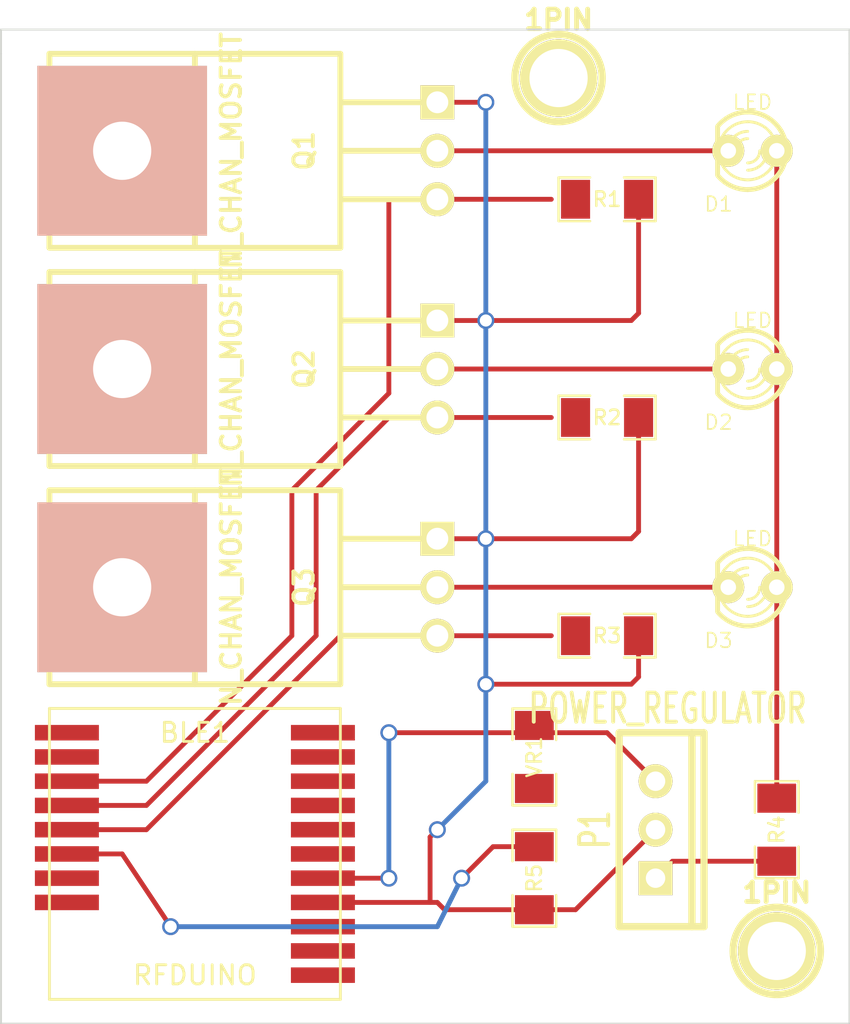
<source format=kicad_pcb>
(kicad_pcb (version 3) (host pcbnew "(25-Oct-2014 BZR 4029)-stable")

  (general
    (links 25)
    (no_connects 7)
    (area 97.739999 81.229999 142.290001 133.400001)
    (thickness 1.6)
    (drawings 6)
    (tracks 67)
    (zones 0)
    (modules 16)
    (nets 12)
  )

  (page A3)
  (layers
    (15 F.Cu signal)
    (0 B.Cu signal)
    (16 B.Adhes user)
    (17 F.Adhes user)
    (18 B.Paste user)
    (19 F.Paste user)
    (20 B.SilkS user)
    (21 F.SilkS user)
    (22 B.Mask user)
    (23 F.Mask user)
    (24 Dwgs.User user)
    (25 Cmts.User user)
    (26 Eco1.User user)
    (27 Eco2.User user)
    (28 Edge.Cuts user)
  )

  (setup
    (last_trace_width 0.254)
    (trace_clearance 0.254)
    (zone_clearance 0.508)
    (zone_45_only no)
    (trace_min 0.254)
    (segment_width 0.2)
    (edge_width 0.1)
    (via_size 0.889)
    (via_drill 0.635)
    (via_min_size 0.889)
    (via_min_drill 0.508)
    (uvia_size 0.508)
    (uvia_drill 0.127)
    (uvias_allowed no)
    (uvia_min_size 0.508)
    (uvia_min_drill 0.127)
    (pcb_text_width 0.3)
    (pcb_text_size 1.5 1.5)
    (mod_edge_width 0.15)
    (mod_text_size 1 1)
    (mod_text_width 0.15)
    (pad_size 1.778 1.778)
    (pad_drill 1.016)
    (pad_to_mask_clearance 0)
    (aux_axis_origin 0 0)
    (visible_elements FFFFFFBF)
    (pcbplotparams
      (layerselection 3178497)
      (usegerberextensions true)
      (excludeedgelayer true)
      (linewidth 0.150000)
      (plotframeref false)
      (viasonmask false)
      (mode 1)
      (useauxorigin false)
      (hpglpennumber 1)
      (hpglpenspeed 20)
      (hpglpendiameter 15)
      (hpglpenoverlay 2)
      (psnegative false)
      (psa4output false)
      (plotreference true)
      (plotvalue true)
      (plotothertext true)
      (plotinvisibletext false)
      (padsonsilk false)
      (subtractmaskfromsilk false)
      (outputformat 1)
      (mirror false)
      (drillshape 1)
      (scaleselection 1)
      (outputdirectory ""))
  )

  (net 0 "")
  (net 1 +12V)
  (net 2 GND)
  (net 3 N-000001)
  (net 4 N-000002)
  (net 5 N-0000023)
  (net 6 N-000004)
  (net 7 N-000005)
  (net 8 N-000006)
  (net 9 N-000007)
  (net 10 N-000008)
  (net 11 N-000009)

  (net_class Default "This is the default net class."
    (clearance 0.254)
    (trace_width 0.254)
    (via_dia 0.889)
    (via_drill 0.635)
    (uvia_dia 0.508)
    (uvia_drill 0.127)
    (add_net "")
    (add_net +12V)
    (add_net GND)
    (add_net N-000001)
    (add_net N-000002)
    (add_net N-0000023)
    (add_net N-000004)
    (add_net N-000005)
    (add_net N-000006)
    (add_net N-000007)
    (add_net N-000008)
    (add_net N-000009)
  )

  (module SM1206 (layer F.Cu) (tedit 42806E24) (tstamp 54E95A92)
    (at 125.73 125.73 270)
    (path /54E92F15)
    (attr smd)
    (fp_text reference R5 (at 0 0 270) (layer F.SilkS)
      (effects (font (size 0.762 0.762) (thickness 0.127)))
    )
    (fp_text value 30k (at 0 0 270) (layer F.SilkS) hide
      (effects (font (size 0.762 0.762) (thickness 0.127)))
    )
    (fp_line (start -2.54 -1.143) (end -2.54 1.143) (layer F.SilkS) (width 0.127))
    (fp_line (start -2.54 1.143) (end -0.889 1.143) (layer F.SilkS) (width 0.127))
    (fp_line (start 0.889 -1.143) (end 2.54 -1.143) (layer F.SilkS) (width 0.127))
    (fp_line (start 2.54 -1.143) (end 2.54 1.143) (layer F.SilkS) (width 0.127))
    (fp_line (start 2.54 1.143) (end 0.889 1.143) (layer F.SilkS) (width 0.127))
    (fp_line (start -0.889 -1.143) (end -2.54 -1.143) (layer F.SilkS) (width 0.127))
    (pad 1 smd rect (at -1.651 0 270) (size 1.524 2.032)
      (layers F.Cu F.Paste F.Mask)
      (net 4 N-000002)
    )
    (pad 2 smd rect (at 1.651 0 270) (size 1.524 2.032)
      (layers F.Cu F.Paste F.Mask)
      (net 2 GND)
    )
    (model smd/chip_cms.wrl
      (at (xyz 0 0 0))
      (scale (xyz 0.17 0.16 0.16))
      (rotate (xyz 0 0 0))
    )
  )

  (module RFD22301 (layer F.Cu) (tedit 54E9501A) (tstamp 54E95AAD)
    (at 106.68 125.73)
    (path /54E92802)
    (fp_text reference BLE1 (at 1.27 -7.62) (layer F.SilkS)
      (effects (font (size 1 1) (thickness 0.15)))
    )
    (fp_text value RFDUINO (at 1.27 5.08) (layer F.SilkS)
      (effects (font (size 1 1) (thickness 0.15)))
    )
    (fp_line (start -6.35 -8.89) (end -6.35 6.35) (layer F.SilkS) (width 0.15))
    (fp_line (start -6.35 6.35) (end 8.89 6.35) (layer F.SilkS) (width 0.15))
    (fp_line (start 8.89 6.35) (end 8.89 -8.89) (layer F.SilkS) (width 0.15))
    (fp_line (start 8.89 -8.89) (end -6.35 -8.89) (layer F.SilkS) (width 0.15))
    (pad 1 smd rect (at -5.4356 -7.62) (size 3.3528 0.8128)
      (layers F.Cu F.Paste F.Mask)
    )
    (pad 2 smd rect (at -5.4356 -6.35) (size 3.3528 0.8128)
      (layers F.Cu F.Paste F.Mask)
    )
    (pad 3 smd rect (at -5.4356 -5.08) (size 3.3528 0.8128)
      (layers F.Cu F.Paste F.Mask)
      (net 9 N-000007)
    )
    (pad 4 smd rect (at -5.4356 -3.81) (size 3.3528 0.8128)
      (layers F.Cu F.Paste F.Mask)
      (net 11 N-000009)
    )
    (pad 5 smd rect (at -5.4356 -2.54) (size 3.3528 0.8128)
      (layers F.Cu F.Paste F.Mask)
      (net 10 N-000008)
    )
    (pad 6 smd rect (at -5.4356 -1.27) (size 3.3528 0.8128)
      (layers F.Cu F.Paste F.Mask)
      (net 4 N-000002)
    )
    (pad 7 smd rect (at -5.4356 0) (size 3.3528 0.8128)
      (layers F.Cu F.Paste F.Mask)
    )
    (pad 8 smd rect (at -5.4356 1.27) (size 3.3528 0.8128)
      (layers F.Cu F.Paste F.Mask)
    )
    (pad 9 smd rect (at 7.9756 5.08) (size 3.3528 0.8128)
      (layers F.Cu F.Paste F.Mask)
    )
    (pad 10 smd rect (at 7.9756 3.81) (size 3.3528 0.8128)
      (layers F.Cu F.Paste F.Mask)
    )
    (pad 11 smd rect (at 7.9756 2.54) (size 3.3528 0.8128)
      (layers F.Cu F.Paste F.Mask)
    )
    (pad 12 smd rect (at 7.9756 1.27) (size 3.3528 0.8128)
      (layers F.Cu F.Paste F.Mask)
      (net 2 GND)
    )
    (pad 13 smd rect (at 7.9756 0) (size 3.3528 0.8128)
      (layers F.Cu F.Paste F.Mask)
      (net 3 N-000001)
    )
    (pad 14 smd rect (at 7.9756 -1.27) (size 3.3528 0.8128)
      (layers F.Cu F.Paste F.Mask)
    )
    (pad 15 smd rect (at 7.9756 -2.54) (size 3.3528 0.8128)
      (layers F.Cu F.Paste F.Mask)
    )
    (pad 16 smd rect (at 7.9756 -3.81) (size 3.3528 0.8128)
      (layers F.Cu F.Paste F.Mask)
    )
    (pad 17 smd rect (at 7.9756 -5.08) (size 3.3528 0.8128)
      (layers F.Cu F.Paste F.Mask)
    )
    (pad 18 smd rect (at 7.9756 -6.35) (size 3.3528 0.8128)
      (layers F.Cu F.Paste F.Mask)
    )
    (pad 19 smd rect (at 7.9756 -7.62) (size 3.3528 0.8128)
      (layers F.Cu F.Paste F.Mask)
    )
  )

  (module TO220 (layer F.Cu) (tedit 200000) (tstamp 54E970B2)
    (at 120.65 87.63 180)
    (descr "Transistor TO 220")
    (tags "TR TO220 DEV")
    (path /54E9683F)
    (fp_text reference Q1 (at 6.985 0 270) (layer F.SilkS)
      (effects (font (size 1.016 1.016) (thickness 0.2032)))
    )
    (fp_text value N_CHAN_MOSFET (at 10.795 0 270) (layer F.SilkS)
      (effects (font (size 1.016 1.016) (thickness 0.2032)))
    )
    (fp_line (start 0 -2.54) (end 5.08 -2.54) (layer F.SilkS) (width 0.3048))
    (fp_line (start 0 0) (end 5.08 0) (layer F.SilkS) (width 0.3048))
    (fp_line (start 0 2.54) (end 5.08 2.54) (layer F.SilkS) (width 0.3048))
    (fp_line (start 5.08 5.08) (end 20.32 5.08) (layer F.SilkS) (width 0.3048))
    (fp_line (start 20.32 5.08) (end 20.32 -5.08) (layer F.SilkS) (width 0.3048))
    (fp_line (start 20.32 -5.08) (end 5.08 -5.08) (layer F.SilkS) (width 0.3048))
    (fp_line (start 5.08 -5.08) (end 5.08 5.08) (layer F.SilkS) (width 0.3048))
    (fp_line (start 12.7 3.81) (end 12.7 -5.08) (layer F.SilkS) (width 0.3048))
    (fp_line (start 12.7 3.81) (end 12.7 5.08) (layer F.SilkS) (width 0.3048))
    (pad 1 thru_hole rect (at 0 2.54 180) (size 1.778 1.778) (drill 1.143)
      (layers *.Cu *.Mask F.SilkS)
      (net 2 GND)
    )
    (pad 2 thru_hole circle (at 0 -2.54 180) (size 1.778 1.778) (drill 1.143)
      (layers *.Cu *.Mask F.SilkS)
      (net 9 N-000007)
    )
    (pad 3 thru_hole circle (at 0 0 180) (size 1.778 1.778) (drill 1.143)
      (layers *.Cu *.Mask F.SilkS)
      (net 8 N-000006)
    )
    (pad 4 thru_hole rect (at 16.51 0 180) (size 8.89 8.89) (drill 3.048)
      (layers *.Cu *.SilkS *.Mask)
    )
    (model discret/to220_horiz.wrl
      (at (xyz 0 0 0))
      (scale (xyz 1 1 1))
      (rotate (xyz 0 0 0))
    )
  )

  (module TO220 (layer F.Cu) (tedit 200000) (tstamp 54E970C3)
    (at 120.65 99.06 180)
    (descr "Transistor TO 220")
    (tags "TR TO220 DEV")
    (path /54E9684E)
    (fp_text reference Q2 (at 6.985 0 270) (layer F.SilkS)
      (effects (font (size 1.016 1.016) (thickness 0.2032)))
    )
    (fp_text value N_CHAN_MOSFET (at 10.795 0 270) (layer F.SilkS)
      (effects (font (size 1.016 1.016) (thickness 0.2032)))
    )
    (fp_line (start 0 -2.54) (end 5.08 -2.54) (layer F.SilkS) (width 0.3048))
    (fp_line (start 0 0) (end 5.08 0) (layer F.SilkS) (width 0.3048))
    (fp_line (start 0 2.54) (end 5.08 2.54) (layer F.SilkS) (width 0.3048))
    (fp_line (start 5.08 5.08) (end 20.32 5.08) (layer F.SilkS) (width 0.3048))
    (fp_line (start 20.32 5.08) (end 20.32 -5.08) (layer F.SilkS) (width 0.3048))
    (fp_line (start 20.32 -5.08) (end 5.08 -5.08) (layer F.SilkS) (width 0.3048))
    (fp_line (start 5.08 -5.08) (end 5.08 5.08) (layer F.SilkS) (width 0.3048))
    (fp_line (start 12.7 3.81) (end 12.7 -5.08) (layer F.SilkS) (width 0.3048))
    (fp_line (start 12.7 3.81) (end 12.7 5.08) (layer F.SilkS) (width 0.3048))
    (pad 1 thru_hole rect (at 0 2.54 180) (size 1.778 1.778) (drill 1.143)
      (layers *.Cu *.Mask F.SilkS)
      (net 2 GND)
    )
    (pad 2 thru_hole circle (at 0 -2.54 180) (size 1.778 1.778) (drill 1.143)
      (layers *.Cu *.Mask F.SilkS)
      (net 11 N-000009)
    )
    (pad 3 thru_hole circle (at 0 0 180) (size 1.778 1.778) (drill 1.143)
      (layers *.Cu *.Mask F.SilkS)
      (net 7 N-000005)
    )
    (pad 4 thru_hole rect (at 16.51 0 180) (size 8.89 8.89) (drill 3.048)
      (layers *.Cu *.SilkS *.Mask)
    )
    (model discret/to220_horiz.wrl
      (at (xyz 0 0 0))
      (scale (xyz 1 1 1))
      (rotate (xyz 0 0 0))
    )
  )

  (module TO220 (layer F.Cu) (tedit 200000) (tstamp 54E970D4)
    (at 120.65 110.49 180)
    (descr "Transistor TO 220")
    (tags "TR TO220 DEV")
    (path /54E9685D)
    (fp_text reference Q3 (at 6.985 0 270) (layer F.SilkS)
      (effects (font (size 1.016 1.016) (thickness 0.2032)))
    )
    (fp_text value N_CHAN_MOSFET (at 10.795 0 270) (layer F.SilkS)
      (effects (font (size 1.016 1.016) (thickness 0.2032)))
    )
    (fp_line (start 0 -2.54) (end 5.08 -2.54) (layer F.SilkS) (width 0.3048))
    (fp_line (start 0 0) (end 5.08 0) (layer F.SilkS) (width 0.3048))
    (fp_line (start 0 2.54) (end 5.08 2.54) (layer F.SilkS) (width 0.3048))
    (fp_line (start 5.08 5.08) (end 20.32 5.08) (layer F.SilkS) (width 0.3048))
    (fp_line (start 20.32 5.08) (end 20.32 -5.08) (layer F.SilkS) (width 0.3048))
    (fp_line (start 20.32 -5.08) (end 5.08 -5.08) (layer F.SilkS) (width 0.3048))
    (fp_line (start 5.08 -5.08) (end 5.08 5.08) (layer F.SilkS) (width 0.3048))
    (fp_line (start 12.7 3.81) (end 12.7 -5.08) (layer F.SilkS) (width 0.3048))
    (fp_line (start 12.7 3.81) (end 12.7 5.08) (layer F.SilkS) (width 0.3048))
    (pad 1 thru_hole rect (at 0 2.54 180) (size 1.778 1.778) (drill 1.143)
      (layers *.Cu *.Mask F.SilkS)
      (net 2 GND)
    )
    (pad 2 thru_hole circle (at 0 -2.54 180) (size 1.778 1.778) (drill 1.143)
      (layers *.Cu *.Mask F.SilkS)
      (net 10 N-000008)
    )
    (pad 3 thru_hole circle (at 0 0 180) (size 1.778 1.778) (drill 1.143)
      (layers *.Cu *.Mask F.SilkS)
      (net 6 N-000004)
    )
    (pad 4 thru_hole rect (at 16.51 0 180) (size 8.89 8.89) (drill 3.048)
      (layers *.Cu *.SilkS *.Mask)
    )
    (model discret/to220_horiz.wrl
      (at (xyz 0 0 0))
      (scale (xyz 1 1 1))
      (rotate (xyz 0 0 0))
    )
  )

  (module TO220_VERT (layer F.Cu) (tedit 43A66C96) (tstamp 54E97775)
    (at 132.08 123.19)
    (descr "Regulateur TO220 serie LM78xx")
    (tags "TR TO220")
    (path /54E95C71)
    (fp_text reference P1 (at -3.175 0 90) (layer F.SilkS)
      (effects (font (size 1.524 1.016) (thickness 0.2032)))
    )
    (fp_text value POWER_REGULATOR (at 0.635 -6.35) (layer F.SilkS)
      (effects (font (size 1.524 1.016) (thickness 0.2032)))
    )
    (fp_line (start 1.905 -5.08) (end 2.54 -5.08) (layer F.SilkS) (width 0.381))
    (fp_line (start 2.54 -5.08) (end 2.54 5.08) (layer F.SilkS) (width 0.381))
    (fp_line (start 2.54 5.08) (end 1.905 5.08) (layer F.SilkS) (width 0.381))
    (fp_line (start -1.905 -5.08) (end 1.905 -5.08) (layer F.SilkS) (width 0.381))
    (fp_line (start 1.905 -5.08) (end 1.905 5.08) (layer F.SilkS) (width 0.381))
    (fp_line (start 1.905 5.08) (end -1.905 5.08) (layer F.SilkS) (width 0.381))
    (fp_line (start -1.905 5.08) (end -1.905 -5.08) (layer F.SilkS) (width 0.381))
    (pad 2 thru_hole circle (at 0 -2.54) (size 1.778 1.778) (drill 1.016)
      (layers *.Cu *.Mask F.SilkS)
      (net 3 N-000001)
    )
    (pad 3 thru_hole circle (at 0 0) (size 1.778 1.778) (drill 1.016)
      (layers *.Cu *.Mask F.SilkS)
      (net 2 GND)
    )
    (pad 1 thru_hole rect (at 0 2.54) (size 1.778 1.778) (drill 1.016)
      (layers *.Cu *.Mask F.SilkS)
      (net 1 +12V)
    )
  )

  (module SM1206 (layer F.Cu) (tedit 42806E24) (tstamp 54E97781)
    (at 138.43 123.19 270)
    (path /54E9181E)
    (attr smd)
    (fp_text reference R4 (at 0 0 270) (layer F.SilkS)
      (effects (font (size 0.762 0.762) (thickness 0.127)))
    )
    (fp_text value "3ohm 1W" (at 0 0 270) (layer F.SilkS) hide
      (effects (font (size 0.762 0.762) (thickness 0.127)))
    )
    (fp_line (start -2.54 -1.143) (end -2.54 1.143) (layer F.SilkS) (width 0.127))
    (fp_line (start -2.54 1.143) (end -0.889 1.143) (layer F.SilkS) (width 0.127))
    (fp_line (start 0.889 -1.143) (end 2.54 -1.143) (layer F.SilkS) (width 0.127))
    (fp_line (start 2.54 -1.143) (end 2.54 1.143) (layer F.SilkS) (width 0.127))
    (fp_line (start 2.54 1.143) (end 0.889 1.143) (layer F.SilkS) (width 0.127))
    (fp_line (start -0.889 -1.143) (end -2.54 -1.143) (layer F.SilkS) (width 0.127))
    (pad 1 smd rect (at -1.651 0 270) (size 1.524 2.032)
      (layers F.Cu F.Paste F.Mask)
      (net 5 N-0000023)
    )
    (pad 2 smd rect (at 1.651 0 270) (size 1.524 2.032)
      (layers F.Cu F.Paste F.Mask)
      (net 1 +12V)
    )
    (model smd/chip_cms.wrl
      (at (xyz 0 0 0))
      (scale (xyz 0.17 0.16 0.16))
      (rotate (xyz 0 0 0))
    )
  )

  (module LED-3MM (layer F.Cu) (tedit 50ADE848) (tstamp 54E979A1)
    (at 137.16 110.49 180)
    (descr "LED 3mm - Lead pitch 100mil (2,54mm)")
    (tags "LED led 3mm 3MM 100mil 2,54mm")
    (path /54E92923)
    (fp_text reference D3 (at 1.778 -2.794 180) (layer F.SilkS)
      (effects (font (size 0.762 0.762) (thickness 0.0889)))
    )
    (fp_text value LED (at 0 2.54 180) (layer F.SilkS)
      (effects (font (size 0.762 0.762) (thickness 0.0889)))
    )
    (fp_line (start 1.8288 1.27) (end 1.8288 -1.27) (layer F.SilkS) (width 0.254))
    (fp_arc (start 0.254 0) (end -1.27 0) (angle 39.8) (layer F.SilkS) (width 0.1524))
    (fp_arc (start 0.254 0) (end -0.88392 1.01092) (angle 41.6) (layer F.SilkS) (width 0.1524))
    (fp_arc (start 0.254 0) (end 1.4097 -0.9906) (angle 40.6) (layer F.SilkS) (width 0.1524))
    (fp_arc (start 0.254 0) (end 1.778 0) (angle 39.8) (layer F.SilkS) (width 0.1524))
    (fp_arc (start 0.254 0) (end 0.254 -1.524) (angle 54.4) (layer F.SilkS) (width 0.1524))
    (fp_arc (start 0.254 0) (end -0.9652 -0.9144) (angle 53.1) (layer F.SilkS) (width 0.1524))
    (fp_arc (start 0.254 0) (end 1.45542 0.93472) (angle 52.1) (layer F.SilkS) (width 0.1524))
    (fp_arc (start 0.254 0) (end 0.254 1.524) (angle 52.1) (layer F.SilkS) (width 0.1524))
    (fp_arc (start 0.254 0) (end -0.381 0) (angle 90) (layer F.SilkS) (width 0.1524))
    (fp_arc (start 0.254 0) (end -0.762 0) (angle 90) (layer F.SilkS) (width 0.1524))
    (fp_arc (start 0.254 0) (end 0.889 0) (angle 90) (layer F.SilkS) (width 0.1524))
    (fp_arc (start 0.254 0) (end 1.27 0) (angle 90) (layer F.SilkS) (width 0.1524))
    (fp_arc (start 0.254 0) (end 0.254 -2.032) (angle 50.1) (layer F.SilkS) (width 0.254))
    (fp_arc (start 0.254 0) (end -1.5367 -0.95504) (angle 61.9) (layer F.SilkS) (width 0.254))
    (fp_arc (start 0.254 0) (end 1.8034 1.31064) (angle 49.7) (layer F.SilkS) (width 0.254))
    (fp_arc (start 0.254 0) (end 0.254 2.032) (angle 60.2) (layer F.SilkS) (width 0.254))
    (fp_arc (start 0.254 0) (end -1.778 0) (angle 28.3) (layer F.SilkS) (width 0.254))
    (fp_arc (start 0.254 0) (end -1.47574 1.06426) (angle 31.6) (layer F.SilkS) (width 0.254))
    (pad 1 thru_hole circle (at -1.27 0 180) (size 1.6764 1.6764) (drill 0.8128)
      (layers *.Cu *.Mask F.SilkS)
      (net 5 N-0000023)
    )
    (pad 2 thru_hole circle (at 1.27 0 180) (size 1.6764 1.6764) (drill 0.8128)
      (layers *.Cu *.Mask F.SilkS)
      (net 6 N-000004)
    )
    (model discret/leds/led3_vertical_verde.wrl
      (at (xyz 0 0 0))
      (scale (xyz 1 1 1))
      (rotate (xyz 0 0 0))
    )
  )

  (module LED-3MM (layer F.Cu) (tedit 50ADE848) (tstamp 54E979BA)
    (at 137.16 99.06 180)
    (descr "LED 3mm - Lead pitch 100mil (2,54mm)")
    (tags "LED led 3mm 3MM 100mil 2,54mm")
    (path /54E92930)
    (fp_text reference D2 (at 1.778 -2.794 180) (layer F.SilkS)
      (effects (font (size 0.762 0.762) (thickness 0.0889)))
    )
    (fp_text value LED (at 0 2.54 180) (layer F.SilkS)
      (effects (font (size 0.762 0.762) (thickness 0.0889)))
    )
    (fp_line (start 1.8288 1.27) (end 1.8288 -1.27) (layer F.SilkS) (width 0.254))
    (fp_arc (start 0.254 0) (end -1.27 0) (angle 39.8) (layer F.SilkS) (width 0.1524))
    (fp_arc (start 0.254 0) (end -0.88392 1.01092) (angle 41.6) (layer F.SilkS) (width 0.1524))
    (fp_arc (start 0.254 0) (end 1.4097 -0.9906) (angle 40.6) (layer F.SilkS) (width 0.1524))
    (fp_arc (start 0.254 0) (end 1.778 0) (angle 39.8) (layer F.SilkS) (width 0.1524))
    (fp_arc (start 0.254 0) (end 0.254 -1.524) (angle 54.4) (layer F.SilkS) (width 0.1524))
    (fp_arc (start 0.254 0) (end -0.9652 -0.9144) (angle 53.1) (layer F.SilkS) (width 0.1524))
    (fp_arc (start 0.254 0) (end 1.45542 0.93472) (angle 52.1) (layer F.SilkS) (width 0.1524))
    (fp_arc (start 0.254 0) (end 0.254 1.524) (angle 52.1) (layer F.SilkS) (width 0.1524))
    (fp_arc (start 0.254 0) (end -0.381 0) (angle 90) (layer F.SilkS) (width 0.1524))
    (fp_arc (start 0.254 0) (end -0.762 0) (angle 90) (layer F.SilkS) (width 0.1524))
    (fp_arc (start 0.254 0) (end 0.889 0) (angle 90) (layer F.SilkS) (width 0.1524))
    (fp_arc (start 0.254 0) (end 1.27 0) (angle 90) (layer F.SilkS) (width 0.1524))
    (fp_arc (start 0.254 0) (end 0.254 -2.032) (angle 50.1) (layer F.SilkS) (width 0.254))
    (fp_arc (start 0.254 0) (end -1.5367 -0.95504) (angle 61.9) (layer F.SilkS) (width 0.254))
    (fp_arc (start 0.254 0) (end 1.8034 1.31064) (angle 49.7) (layer F.SilkS) (width 0.254))
    (fp_arc (start 0.254 0) (end 0.254 2.032) (angle 60.2) (layer F.SilkS) (width 0.254))
    (fp_arc (start 0.254 0) (end -1.778 0) (angle 28.3) (layer F.SilkS) (width 0.254))
    (fp_arc (start 0.254 0) (end -1.47574 1.06426) (angle 31.6) (layer F.SilkS) (width 0.254))
    (pad 1 thru_hole circle (at -1.27 0 180) (size 1.6764 1.6764) (drill 0.8128)
      (layers *.Cu *.Mask F.SilkS)
      (net 5 N-0000023)
    )
    (pad 2 thru_hole circle (at 1.27 0 180) (size 1.6764 1.6764) (drill 0.8128)
      (layers *.Cu *.Mask F.SilkS)
      (net 7 N-000005)
    )
    (model discret/leds/led3_vertical_verde.wrl
      (at (xyz 0 0 0))
      (scale (xyz 1 1 1))
      (rotate (xyz 0 0 0))
    )
  )

  (module LED-3MM (layer F.Cu) (tedit 50ADE848) (tstamp 54E979D3)
    (at 137.16 87.63 180)
    (descr "LED 3mm - Lead pitch 100mil (2,54mm)")
    (tags "LED led 3mm 3MM 100mil 2,54mm")
    (path /54E92936)
    (fp_text reference D1 (at 1.778 -2.794 180) (layer F.SilkS)
      (effects (font (size 0.762 0.762) (thickness 0.0889)))
    )
    (fp_text value LED (at 0 2.54 180) (layer F.SilkS)
      (effects (font (size 0.762 0.762) (thickness 0.0889)))
    )
    (fp_line (start 1.8288 1.27) (end 1.8288 -1.27) (layer F.SilkS) (width 0.254))
    (fp_arc (start 0.254 0) (end -1.27 0) (angle 39.8) (layer F.SilkS) (width 0.1524))
    (fp_arc (start 0.254 0) (end -0.88392 1.01092) (angle 41.6) (layer F.SilkS) (width 0.1524))
    (fp_arc (start 0.254 0) (end 1.4097 -0.9906) (angle 40.6) (layer F.SilkS) (width 0.1524))
    (fp_arc (start 0.254 0) (end 1.778 0) (angle 39.8) (layer F.SilkS) (width 0.1524))
    (fp_arc (start 0.254 0) (end 0.254 -1.524) (angle 54.4) (layer F.SilkS) (width 0.1524))
    (fp_arc (start 0.254 0) (end -0.9652 -0.9144) (angle 53.1) (layer F.SilkS) (width 0.1524))
    (fp_arc (start 0.254 0) (end 1.45542 0.93472) (angle 52.1) (layer F.SilkS) (width 0.1524))
    (fp_arc (start 0.254 0) (end 0.254 1.524) (angle 52.1) (layer F.SilkS) (width 0.1524))
    (fp_arc (start 0.254 0) (end -0.381 0) (angle 90) (layer F.SilkS) (width 0.1524))
    (fp_arc (start 0.254 0) (end -0.762 0) (angle 90) (layer F.SilkS) (width 0.1524))
    (fp_arc (start 0.254 0) (end 0.889 0) (angle 90) (layer F.SilkS) (width 0.1524))
    (fp_arc (start 0.254 0) (end 1.27 0) (angle 90) (layer F.SilkS) (width 0.1524))
    (fp_arc (start 0.254 0) (end 0.254 -2.032) (angle 50.1) (layer F.SilkS) (width 0.254))
    (fp_arc (start 0.254 0) (end -1.5367 -0.95504) (angle 61.9) (layer F.SilkS) (width 0.254))
    (fp_arc (start 0.254 0) (end 1.8034 1.31064) (angle 49.7) (layer F.SilkS) (width 0.254))
    (fp_arc (start 0.254 0) (end 0.254 2.032) (angle 60.2) (layer F.SilkS) (width 0.254))
    (fp_arc (start 0.254 0) (end -1.778 0) (angle 28.3) (layer F.SilkS) (width 0.254))
    (fp_arc (start 0.254 0) (end -1.47574 1.06426) (angle 31.6) (layer F.SilkS) (width 0.254))
    (pad 1 thru_hole circle (at -1.27 0 180) (size 1.6764 1.6764) (drill 0.8128)
      (layers *.Cu *.Mask F.SilkS)
      (net 5 N-0000023)
    )
    (pad 2 thru_hole circle (at 1.27 0 180) (size 1.6764 1.6764) (drill 0.8128)
      (layers *.Cu *.Mask F.SilkS)
      (net 8 N-000006)
    )
    (model discret/leds/led3_vertical_verde.wrl
      (at (xyz 0 0 0))
      (scale (xyz 1 1 1))
      (rotate (xyz 0 0 0))
    )
  )

  (module 1pin (layer F.Cu) (tedit 200000) (tstamp 54E9D70D)
    (at 138.43 129.54)
    (descr "module 1 pin (ou trou mecanique de percage)")
    (tags DEV)
    (path 1pin)
    (fp_text reference 1PIN (at 0 -3.048) (layer F.SilkS)
      (effects (font (size 1.016 1.016) (thickness 0.254)))
    )
    (fp_text value P*** (at 0 2.794) (layer F.SilkS) hide
      (effects (font (size 1.016 1.016) (thickness 0.254)))
    )
    (fp_circle (center 0 0) (end 0 -2.286) (layer F.SilkS) (width 0.381))
    (pad 1 thru_hole circle (at 0 0) (size 4.064 4.064) (drill 3.048)
      (layers *.Cu *.Mask F.SilkS)
    )
  )

  (module SM1206 (layer F.Cu) (tedit 42806E24) (tstamp 54E9D770)
    (at 129.54 90.17)
    (path /54E92872)
    (attr smd)
    (fp_text reference R1 (at 0 0) (layer F.SilkS)
      (effects (font (size 0.762 0.762) (thickness 0.127)))
    )
    (fp_text value 10k (at 0 0) (layer F.SilkS) hide
      (effects (font (size 0.762 0.762) (thickness 0.127)))
    )
    (fp_line (start -2.54 -1.143) (end -2.54 1.143) (layer F.SilkS) (width 0.127))
    (fp_line (start -2.54 1.143) (end -0.889 1.143) (layer F.SilkS) (width 0.127))
    (fp_line (start 0.889 -1.143) (end 2.54 -1.143) (layer F.SilkS) (width 0.127))
    (fp_line (start 2.54 -1.143) (end 2.54 1.143) (layer F.SilkS) (width 0.127))
    (fp_line (start 2.54 1.143) (end 0.889 1.143) (layer F.SilkS) (width 0.127))
    (fp_line (start -0.889 -1.143) (end -2.54 -1.143) (layer F.SilkS) (width 0.127))
    (pad 1 smd rect (at -1.651 0) (size 1.524 2.032)
      (layers F.Cu F.Paste F.Mask)
      (net 9 N-000007)
    )
    (pad 2 smd rect (at 1.651 0) (size 1.524 2.032)
      (layers F.Cu F.Paste F.Mask)
      (net 2 GND)
    )
    (model smd/chip_cms.wrl
      (at (xyz 0 0 0))
      (scale (xyz 0.17 0.16 0.16))
      (rotate (xyz 0 0 0))
    )
  )

  (module SM1206 (layer F.Cu) (tedit 42806E24) (tstamp 54E9D77C)
    (at 129.54 101.6)
    (path /54E928A6)
    (attr smd)
    (fp_text reference R2 (at 0 0) (layer F.SilkS)
      (effects (font (size 0.762 0.762) (thickness 0.127)))
    )
    (fp_text value 10k (at 0 0) (layer F.SilkS) hide
      (effects (font (size 0.762 0.762) (thickness 0.127)))
    )
    (fp_line (start -2.54 -1.143) (end -2.54 1.143) (layer F.SilkS) (width 0.127))
    (fp_line (start -2.54 1.143) (end -0.889 1.143) (layer F.SilkS) (width 0.127))
    (fp_line (start 0.889 -1.143) (end 2.54 -1.143) (layer F.SilkS) (width 0.127))
    (fp_line (start 2.54 -1.143) (end 2.54 1.143) (layer F.SilkS) (width 0.127))
    (fp_line (start 2.54 1.143) (end 0.889 1.143) (layer F.SilkS) (width 0.127))
    (fp_line (start -0.889 -1.143) (end -2.54 -1.143) (layer F.SilkS) (width 0.127))
    (pad 1 smd rect (at -1.651 0) (size 1.524 2.032)
      (layers F.Cu F.Paste F.Mask)
      (net 11 N-000009)
    )
    (pad 2 smd rect (at 1.651 0) (size 1.524 2.032)
      (layers F.Cu F.Paste F.Mask)
      (net 2 GND)
    )
    (model smd/chip_cms.wrl
      (at (xyz 0 0 0))
      (scale (xyz 0.17 0.16 0.16))
      (rotate (xyz 0 0 0))
    )
  )

  (module SM1206 (layer F.Cu) (tedit 42806E24) (tstamp 54E9D788)
    (at 129.54 113.03)
    (path /54E928AC)
    (attr smd)
    (fp_text reference R3 (at 0 0) (layer F.SilkS)
      (effects (font (size 0.762 0.762) (thickness 0.127)))
    )
    (fp_text value 10k (at 0 0) (layer F.SilkS) hide
      (effects (font (size 0.762 0.762) (thickness 0.127)))
    )
    (fp_line (start -2.54 -1.143) (end -2.54 1.143) (layer F.SilkS) (width 0.127))
    (fp_line (start -2.54 1.143) (end -0.889 1.143) (layer F.SilkS) (width 0.127))
    (fp_line (start 0.889 -1.143) (end 2.54 -1.143) (layer F.SilkS) (width 0.127))
    (fp_line (start 2.54 -1.143) (end 2.54 1.143) (layer F.SilkS) (width 0.127))
    (fp_line (start 2.54 1.143) (end 0.889 1.143) (layer F.SilkS) (width 0.127))
    (fp_line (start -0.889 -1.143) (end -2.54 -1.143) (layer F.SilkS) (width 0.127))
    (pad 1 smd rect (at -1.651 0) (size 1.524 2.032)
      (layers F.Cu F.Paste F.Mask)
      (net 10 N-000008)
    )
    (pad 2 smd rect (at 1.651 0) (size 1.524 2.032)
      (layers F.Cu F.Paste F.Mask)
      (net 2 GND)
    )
    (model smd/chip_cms.wrl
      (at (xyz 0 0 0))
      (scale (xyz 0.17 0.16 0.16))
      (rotate (xyz 0 0 0))
    )
  )

  (module 1pin (layer F.Cu) (tedit 200000) (tstamp 54E9D7D8)
    (at 127 83.82)
    (descr "module 1 pin (ou trou mecanique de percage)")
    (tags DEV)
    (path 1pin)
    (fp_text reference 1PIN (at 0 -3.048) (layer F.SilkS)
      (effects (font (size 1.016 1.016) (thickness 0.254)))
    )
    (fp_text value P*** (at 0 2.794) (layer F.SilkS) hide
      (effects (font (size 1.016 1.016) (thickness 0.254)))
    )
    (fp_circle (center 0 0) (end 0 -2.286) (layer F.SilkS) (width 0.381))
    (pad 1 thru_hole circle (at 0 0) (size 4.064 4.064) (drill 3.048)
      (layers *.Cu *.Mask F.SilkS)
    )
  )

  (module SM1206 (layer F.Cu) (tedit 42806E24) (tstamp 54EA64F4)
    (at 125.73 119.38 270)
    (path /54E943F3)
    (attr smd)
    (fp_text reference VR1 (at 0 0 270) (layer F.SilkS)
      (effects (font (size 0.762 0.762) (thickness 0.127)))
    )
    (fp_text value 10Mohm (at 0 0 270) (layer F.SilkS) hide
      (effects (font (size 0.762 0.762) (thickness 0.127)))
    )
    (fp_line (start -2.54 -1.143) (end -2.54 1.143) (layer F.SilkS) (width 0.127))
    (fp_line (start -2.54 1.143) (end -0.889 1.143) (layer F.SilkS) (width 0.127))
    (fp_line (start 0.889 -1.143) (end 2.54 -1.143) (layer F.SilkS) (width 0.127))
    (fp_line (start 2.54 -1.143) (end 2.54 1.143) (layer F.SilkS) (width 0.127))
    (fp_line (start 2.54 1.143) (end 0.889 1.143) (layer F.SilkS) (width 0.127))
    (fp_line (start -0.889 -1.143) (end -2.54 -1.143) (layer F.SilkS) (width 0.127))
    (pad 1 smd rect (at -1.651 0 270) (size 1.524 2.032)
      (layers F.Cu F.Paste F.Mask)
      (net 3 N-000001)
    )
    (pad 2 smd rect (at 1.651 0 270) (size 1.524 2.032)
      (layers F.Cu F.Paste F.Mask)
      (net 4 N-000002)
    )
    (model smd/chip_cms.wrl
      (at (xyz 0 0 0))
      (scale (xyz 0.17 0.16 0.16))
      (rotate (xyz 0 0 0))
    )
  )

  (gr_line (start 142.24 133.35) (end 97.79 133.35) (angle 90) (layer Edge.Cuts) (width 0.1))
  (gr_line (start 142.24 81.28) (end 142.24 82.55) (angle 90) (layer Edge.Cuts) (width 0.1))
  (gr_line (start 97.79 81.28) (end 142.24 81.28) (angle 90) (layer Edge.Cuts) (width 0.1))
  (gr_line (start 97.79 82.55) (end 97.79 81.28) (angle 90) (layer Edge.Cuts) (width 0.1))
  (gr_line (start 97.79 133.35) (end 97.79 82.55) (angle 90) (layer Edge.Cuts) (width 0.1))
  (gr_line (start 142.24 82.55) (end 142.24 133.35) (angle 90) (layer Edge.Cuts) (width 0.1))

  (segment (start 138.43 124.841) (end 132.969 124.841) (width 0.254) (layer F.Cu) (net 1))
  (segment (start 132.969 124.841) (end 132.08 125.73) (width 0.254) (layer F.Cu) (net 1) (tstamp 54E9D7BC))
  (segment (start 131.191 113.03) (end 131.191 115.189) (width 0.254) (layer F.Cu) (net 2))
  (via (at 123.19 115.57) (size 0.889) (layers F.Cu B.Cu) (net 2))
  (segment (start 130.81 115.57) (end 123.19 115.57) (width 0.254) (layer F.Cu) (net 2) (tstamp 54E9D7B6))
  (segment (start 131.191 115.189) (end 130.81 115.57) (width 0.254) (layer F.Cu) (net 2) (tstamp 54E9D7B5))
  (segment (start 131.191 101.6) (end 131.191 107.569) (width 0.254) (layer F.Cu) (net 2))
  (segment (start 130.81 107.95) (end 123.19 107.95) (width 0.254) (layer F.Cu) (net 2) (tstamp 54E9D7B2))
  (segment (start 131.191 107.569) (end 130.81 107.95) (width 0.254) (layer F.Cu) (net 2) (tstamp 54E9D7B1))
  (segment (start 131.191 90.17) (end 131.191 96.139) (width 0.254) (layer F.Cu) (net 2))
  (segment (start 130.81 96.52) (end 123.19 96.52) (width 0.254) (layer F.Cu) (net 2) (tstamp 54E9D7AE))
  (segment (start 131.191 96.139) (end 130.81 96.52) (width 0.254) (layer F.Cu) (net 2) (tstamp 54E9D7AD))
  (segment (start 114.6556 127) (end 120.65 127) (width 0.254) (layer F.Cu) (net 2))
  (segment (start 127.889 127.381) (end 132.08 123.19) (width 0.254) (layer F.Cu) (net 2) (tstamp 54E9D749))
  (segment (start 121.031 127.381) (end 127.889 127.381) (width 0.254) (layer F.Cu) (net 2) (tstamp 54E9D748))
  (segment (start 120.65 127) (end 121.031 127.381) (width 0.254) (layer F.Cu) (net 2) (tstamp 54E9D747))
  (segment (start 123.19 96.52) (end 123.19 85.09) (width 0.254) (layer B.Cu) (net 2))
  (segment (start 123.19 85.09) (end 120.65 85.09) (width 0.254) (layer F.Cu) (net 2) (tstamp 54E97912))
  (via (at 123.19 85.09) (size 0.889) (layers F.Cu B.Cu) (net 2))
  (segment (start 123.19 107.95) (end 123.19 96.52) (width 0.254) (layer B.Cu) (net 2))
  (segment (start 123.19 96.52) (end 120.65 96.52) (width 0.254) (layer F.Cu) (net 2) (tstamp 54E9790B))
  (via (at 123.19 96.52) (size 0.889) (layers F.Cu B.Cu) (net 2))
  (segment (start 120.269 127) (end 120.269 123.571) (width 0.254) (layer F.Cu) (net 2))
  (segment (start 123.19 107.95) (end 120.65 107.95) (width 0.254) (layer F.Cu) (net 2) (tstamp 54E978DC))
  (via (at 123.19 107.95) (size 0.889) (layers F.Cu B.Cu) (net 2))
  (segment (start 123.19 120.65) (end 123.19 115.57) (width 0.254) (layer B.Cu) (net 2) (tstamp 54E978D8))
  (segment (start 123.19 115.57) (end 123.19 107.95) (width 0.254) (layer B.Cu) (net 2) (tstamp 54E9D7BA))
  (segment (start 120.65 123.19) (end 123.19 120.65) (width 0.254) (layer B.Cu) (net 2) (tstamp 54E978D7))
  (via (at 120.65 123.19) (size 0.889) (layers F.Cu B.Cu) (net 2))
  (segment (start 120.269 123.571) (end 120.65 123.19) (width 0.254) (layer F.Cu) (net 2) (tstamp 54E978D0))
  (segment (start 132.08 120.65) (end 129.54 118.11) (width 0.254) (layer F.Cu) (net 3))
  (segment (start 118.11 125.73) (end 114.6556 125.73) (width 0.254) (layer F.Cu) (net 3) (tstamp 54E9D7C8))
  (via (at 118.11 125.73) (size 0.889) (layers F.Cu B.Cu) (net 3))
  (segment (start 118.11 118.11) (end 118.11 125.73) (width 0.254) (layer B.Cu) (net 3) (tstamp 54E9D7C5))
  (via (at 118.11 118.11) (size 0.889) (layers F.Cu B.Cu) (net 3))
  (segment (start 126.111 118.11) (end 118.11 118.11) (width 0.254) (layer F.Cu) (net 3) (tstamp 54E9D7C2))
  (segment (start 129.54 118.11) (end 126.111 118.11) (width 0.254) (layer F.Cu) (net 3) (tstamp 54E9D7C1))
  (segment (start 125.73 124.079) (end 123.571 124.079) (width 0.254) (layer F.Cu) (net 4) (status 400000))
  (segment (start 104.14 124.46) (end 101.2444 124.46) (width 0.254) (layer F.Cu) (net 4) (tstamp 54EA6529) (status 800000))
  (segment (start 106.68 128.27) (end 104.14 124.46) (width 0.254) (layer F.Cu) (net 4) (tstamp 54EA6528))
  (via (at 106.68 128.27) (size 0.889) (layers F.Cu B.Cu) (net 4))
  (segment (start 120.65 128.27) (end 106.68 128.27) (width 0.254) (layer B.Cu) (net 4) (tstamp 54EA651D))
  (segment (start 121.92 125.73) (end 120.65 128.27) (width 0.254) (layer B.Cu) (net 4) (tstamp 54EA651C))
  (via (at 121.92 125.73) (size 0.889) (layers F.Cu B.Cu) (net 4))
  (segment (start 123.571 124.079) (end 121.92 125.73) (width 0.254) (layer F.Cu) (net 4) (tstamp 54EA6514))
  (segment (start 138.43 110.49) (end 138.43 99.06) (width 0.254) (layer F.Cu) (net 5))
  (segment (start 138.43 99.06) (end 138.43 87.63) (width 0.254) (layer F.Cu) (net 5) (tstamp 54E9D7D0))
  (segment (start 138.43 121.539) (end 138.43 110.49) (width 0.254) (layer F.Cu) (net 5))
  (segment (start 120.65 110.49) (end 135.89 110.49) (width 0.254) (layer F.Cu) (net 6))
  (segment (start 120.65 99.06) (end 135.89 99.06) (width 0.254) (layer F.Cu) (net 7))
  (segment (start 120.65 87.63) (end 135.89 87.63) (width 0.254) (layer F.Cu) (net 8))
  (segment (start 120.65 90.17) (end 126.619 90.17) (width 0.254) (layer F.Cu) (net 9))
  (segment (start 120.65 90.17) (end 118.11 90.17) (width 0.254) (layer F.Cu) (net 9))
  (segment (start 105.41 120.65) (end 101.2444 120.65) (width 0.254) (layer F.Cu) (net 9) (tstamp 54E97245))
  (segment (start 113.03 113.03) (end 105.41 120.65) (width 0.254) (layer F.Cu) (net 9) (tstamp 54E97244))
  (segment (start 113.03 105.41) (end 113.03 113.03) (width 0.254) (layer F.Cu) (net 9) (tstamp 54E97242))
  (segment (start 118.11 100.33) (end 113.03 105.41) (width 0.254) (layer F.Cu) (net 9) (tstamp 54E9723C))
  (segment (start 118.11 90.17) (end 118.11 100.33) (width 0.254) (layer F.Cu) (net 9) (tstamp 54E97236))
  (segment (start 101.2444 123.19) (end 105.41 123.19) (width 0.254) (layer F.Cu) (net 10))
  (segment (start 115.57 113.03) (end 126.619 113.03) (width 0.254) (layer F.Cu) (net 10) (tstamp 54E971FB))
  (segment (start 105.41 123.19) (end 115.57 113.03) (width 0.254) (layer F.Cu) (net 10) (tstamp 54E971F9))
  (segment (start 120.65 101.6) (end 126.619 101.6) (width 0.254) (layer F.Cu) (net 11))
  (segment (start 120.65 101.6) (end 118.11 101.6) (width 0.254) (layer F.Cu) (net 11))
  (segment (start 105.41 121.92) (end 101.2444 121.92) (width 0.254) (layer F.Cu) (net 11) (tstamp 54E9722E))
  (segment (start 114.3 113.03) (end 105.41 121.92) (width 0.254) (layer F.Cu) (net 11) (tstamp 54E9722C))
  (segment (start 114.3 105.41) (end 114.3 113.03) (width 0.254) (layer F.Cu) (net 11) (tstamp 54E9722A))
  (segment (start 118.11 101.6) (end 114.3 105.41) (width 0.254) (layer F.Cu) (net 11) (tstamp 54E97223))

)

</source>
